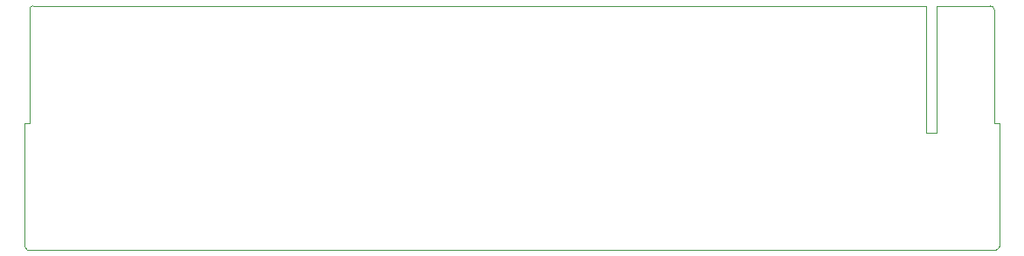
<source format=gbr>
%TF.GenerationSoftware,KiCad,Pcbnew,8.0.2*%
%TF.CreationDate,2024-05-13T11:46:24-04:00*%
%TF.ProjectId,IBM-PS2-Model-70-HDD-Power-adapter,49424d2d-5053-4322-9d4d-6f64656c2d37,rev?*%
%TF.SameCoordinates,Original*%
%TF.FileFunction,Profile,NP*%
%FSLAX46Y46*%
G04 Gerber Fmt 4.6, Leading zero omitted, Abs format (unit mm)*
G04 Created by KiCad (PCBNEW 8.0.2) date 2024-05-13 11:46:24*
%MOMM*%
%LPD*%
G01*
G04 APERTURE LIST*
%TA.AperFunction,Profile*%
%ADD10C,0.050000*%
%TD*%
G04 APERTURE END LIST*
D10*
X96540000Y-97280000D02*
X190450000Y-97280000D01*
X96300000Y-85000000D02*
X96300000Y-97000000D01*
X96800000Y-74000000D02*
X96800000Y-85000000D01*
X190750000Y-85000000D02*
X190750000Y-97000000D01*
X183650000Y-73660000D02*
X183650000Y-85979390D01*
X190250000Y-74000000D02*
X190250000Y-85000000D01*
X96800000Y-85000000D02*
X96300000Y-85000000D01*
X184650000Y-85979000D02*
X183650000Y-85979390D01*
X96540000Y-97280000D02*
G75*
G02*
X96299948Y-97000003I65200J298800D01*
G01*
X184650000Y-73660000D02*
X189900000Y-73660000D01*
X184650000Y-73660000D02*
X184650000Y-85979000D01*
X183650000Y-73660000D02*
X97100000Y-73660000D01*
X96800000Y-74000000D02*
G75*
G02*
X97100001Y-73660006I344700J-1800D01*
G01*
X190750000Y-97000000D02*
G75*
G02*
X190450000Y-97279953I-297700J18300D01*
G01*
X189900000Y-73660000D02*
G75*
G02*
X190250050Y-74000000I10100J-339800D01*
G01*
X190750000Y-85000000D02*
X190250000Y-85000000D01*
M02*

</source>
